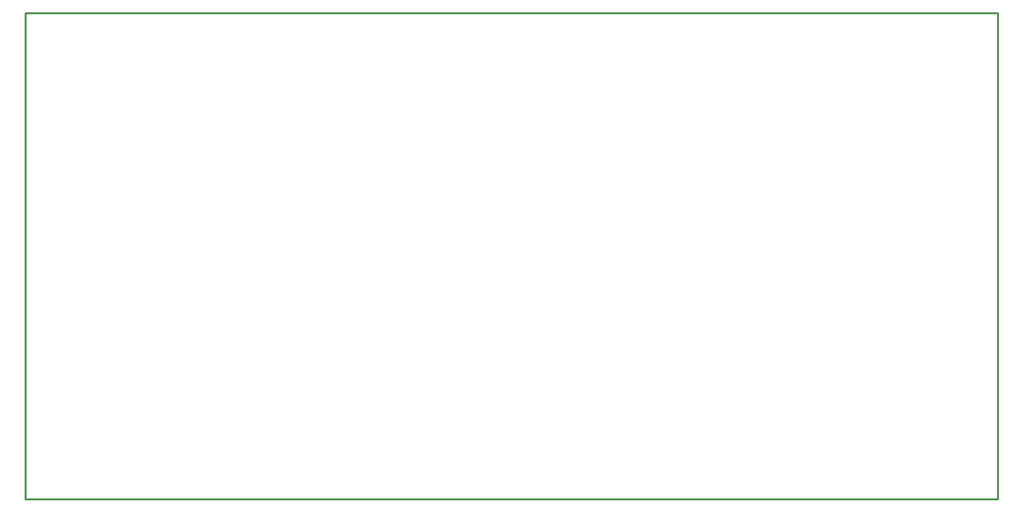
<source format=gbo>
%FSLAX23Y23*%
%MOIN*%
G70*
G01*
G75*
%ADD10C,0.010*%
%ADD11C,0.020*%
%ADD12C,0.063*%
%ADD13C,0.059*%
%ADD14R,0.059X0.059*%
%ADD15C,0.065*%
%ADD16C,0.180*%
%ADD17C,0.047*%
%ADD18R,0.047X0.047*%
%ADD19O,0.500X0.400*%
%ADD20C,0.070*%
%ADD21R,0.070X0.070*%
%ADD22C,0.275*%
%ADD23C,0.059*%
%ADD24R,0.059X0.059*%
%ADD25C,0.055*%
%ADD26R,0.053X0.053*%
%ADD27C,0.053*%
%ADD28C,0.025*%
%ADD29C,0.008*%
%ADD30C,0.006*%
D10*
Y2500D01*
Y0D02*
X5000D01*
Y2500D01*
X0D02*
X5000D01*
M02*

</source>
